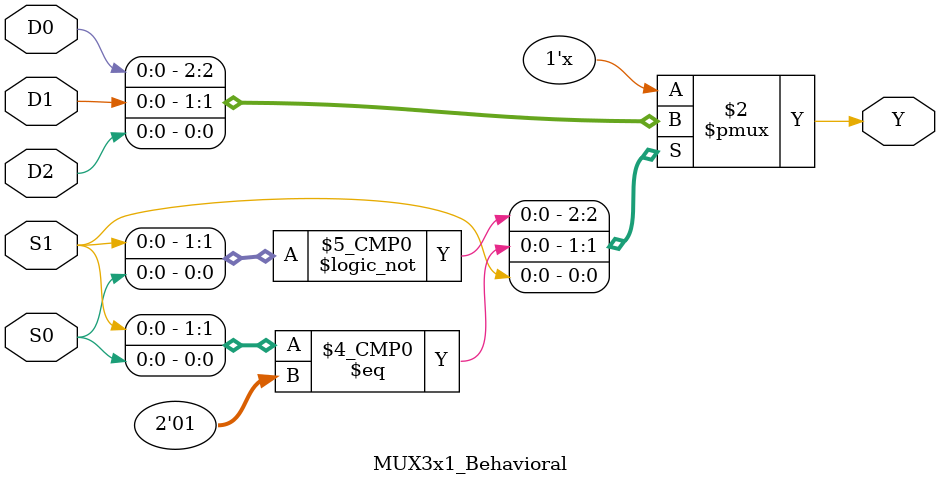
<source format=v>
module MUX3x1_Behavioral (
    input D0, D1, D2,
    input S0, S1,

    output reg Y
);
    always @(*) begin
        casex ({S1,S0})
            2'b00: Y = D0;
            2'b01: Y = D1;
            2'b1x: Y = D2;
            default: ;
        endcase
    end
    
endmodule
</source>
